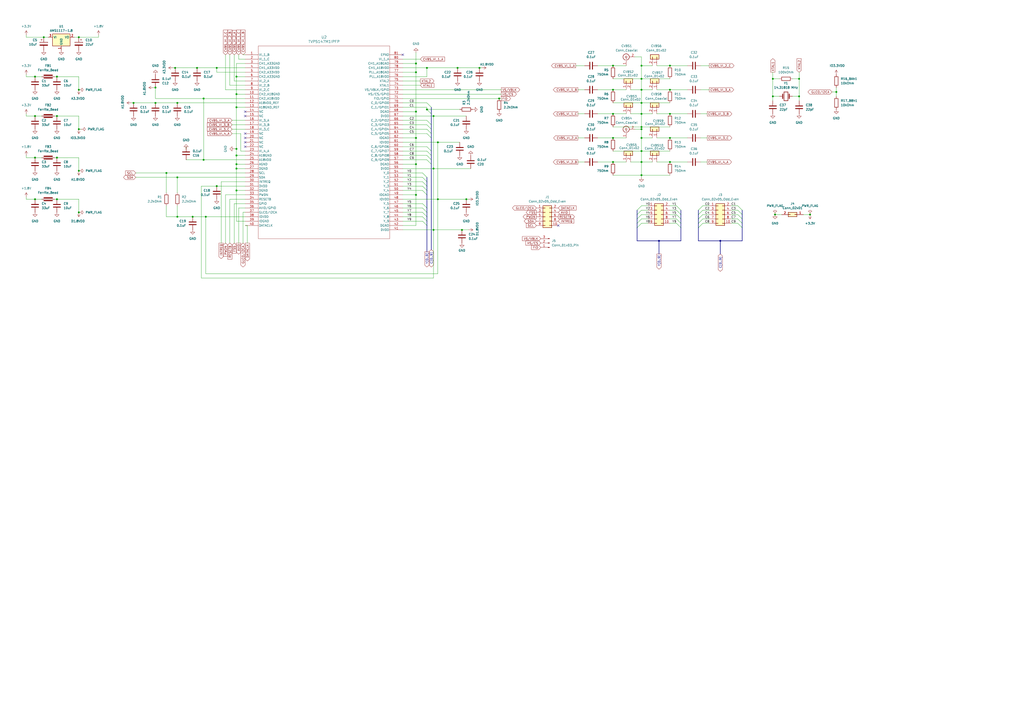
<source format=kicad_sch>
(kicad_sch (version 20250114) (generator "eeschema") (generator_version "9.0")
  (paper "A2")
  (junction (at 241.3 95.25))
  (junction (at 265.43 39.37))
  (junction (at 137.16 110.49))
  (junction (at 20.32 115.57))
  (junction (at 241.3 80.01))
  (junction (at 20.32 44.45))
  (junction (at 289.56 57.15))
  (junction (at 278.13 39.37))
  (junction (at 388.62 66.04))
  (junction (at 469.9 124.46))
  (junction (at 372.11 101.6))
  (junction (at 372.11 59.69))
  (junction (at 251.46 133.35))
  (junction (at 45.72 123.19))
  (junction (at 45.72 52.07))
  (junction (at 448.31 45.72))
  (junction (at 372.11 87.63))
  (junction (at 270.51 115.57))
  (junction (at 90.17 59.69))
  (junction (at 372.11 74.93))
  (junction (at 33.02 91.44))
  (junction (at 388.62 52.07))
  (junction (at 241.3 41.91))
  (junction (at 137.16 54.61))
  (junction (at 137.16 97.79))
  (junction (at 372.11 45.72))
  (junction (at 372.11 38.1))
  (junction (at 355.6 38.1))
  (junction (at 119.38 125.73))
  (junction (at 102.87 59.69))
  (junction (at 254 82.55))
  (junction (at 267.97 133.35))
  (junction (at 251.46 67.31))
  (junction (at 90.17 50.8))
  (junction (at 241.3 113.03))
  (junction (at 77.47 59.69))
  (junction (at 388.62 80.01))
  (junction (at 355.6 52.07))
  (junction (at 137.16 90.17))
  (junction (at 372.11 93.98))
  (junction (at 45.72 21.59))
  (junction (at 247.65 39.37))
  (junction (at 137.16 44.45))
  (junction (at 25.4 21.59))
  (junction (at 45.72 99.06))
  (junction (at 33.02 44.45))
  (junction (at 20.32 91.44))
  (junction (at 101.6 39.37))
  (junction (at 125.73 107.95))
  (junction (at 485.14 53.34))
  (junction (at 137.16 95.25))
  (junction (at 372.11 66.04))
  (junction (at 449.58 124.46))
  (junction (at 251.46 97.79))
  (junction (at 118.11 57.15))
  (junction (at 463.55 45.72))
  (junction (at 125.73 39.37))
  (junction (at 102.87 125.73))
  (junction (at 33.02 67.31))
  (junction (at 102.87 102.87))
  (junction (at 247.65 63.5))
  (junction (at 372.11 52.07))
  (junction (at 20.32 67.31))
  (junction (at 448.31 55.88))
  (junction (at 111.76 125.73))
  (junction (at 241.3 64.77))
  (junction (at 45.72 74.93))
  (junction (at 241.3 36.83))
  (junction (at 137.16 86.36))
  (junction (at 417.83 139.7))
  (junction (at 137.16 62.23))
  (junction (at 254 115.57))
  (junction (at 463.55 55.88))
  (junction (at 355.6 93.98))
  (junction (at 388.62 93.98))
  (junction (at 355.6 66.04))
  (junction (at 114.3 39.37))
  (junction (at 118.11 92.71))
  (junction (at 372.11 80.01))
  (junction (at 372.11 73.66))
  (junction (at 388.62 38.1))
  (junction (at 96.52 100.33))
  (junction (at 355.6 80.01))
  (junction (at 382.27 139.7))
  (junction (at 33.02 115.57))
  (no_connect (at 142.24 82.55))
  (no_connect (at 142.24 67.31))
  (no_connect (at 142.24 80.01))
  (no_connect (at 233.68 31.75))
  (no_connect (at 323.85 130.81))
  (no_connect (at 142.24 77.47))
  (no_connect (at 142.24 64.77))
  (no_connect (at 142.24 85.09))
  (bus_entry (at 372.11 124.46) (size -2.54 2.54))
  (bus_entry (at 427.99 129.54) (size 2.54 2.54))
  (bus_entry (at 245.11 125.73) (size 2.54 2.54))
  (bus_entry (at 247.65 87.63) (size 2.54 2.54))
  (bus_entry (at 245.11 120.65) (size 2.54 2.54))
  (bus_entry (at 245.11 123.19) (size 2.54 2.54))
  (bus_entry (at 407.67 119.38) (size -2.54 2.54))
  (bus_entry (at 245.11 110.49) (size 2.54 2.54))
  (bus_entry (at 245.11 102.87) (size 2.54 2.54))
  (bus_entry (at 427.99 121.92) (size 2.54 2.54))
  (bus_entry (at 245.11 105.41) (size 2.54 2.54))
  (bus_entry (at 407.67 127) (size -2.54 2.54))
  (bus_entry (at 427.99 119.38) (size 2.54 2.54))
  (bus_entry (at 247.65 72.39) (size 2.54 2.54))
  (bus_entry (at 372.11 127) (size -2.54 2.54))
  (bus_entry (at 392.43 124.46) (size 2.54 2.54))
  (bus_entry (at 372.11 119.38) (size -2.54 2.54))
  (bus_entry (at 245.11 100.33) (size 2.54 2.54))
  (bus_entry (at 407.67 121.92) (size -2.54 2.54))
  (bus_entry (at 247.65 90.17) (size 2.54 2.54))
  (bus_entry (at 407.67 124.46) (size -2.54 2.54))
  (bus_entry (at 392.43 121.92) (size 2.54 2.54))
  (bus_entry (at 247.65 92.71) (size 2.54 2.54))
  (bus_entry (at 247.65 85.09) (size 2.54 2.54))
  (bus_entry (at 245.11 118.11) (size 2.54 2.54))
  (bus_entry (at 392.43 127) (size 2.54 2.54))
  (bus_entry (at 372.11 129.54) (size -2.54 2.54))
  (bus_entry (at 247.65 77.47) (size 2.54 2.54))
  (bus_entry (at 392.43 129.54) (size 2.54 2.54))
  (bus_entry (at 427.99 124.46) (size 2.54 2.54))
  (bus_entry (at 247.65 74.93) (size 2.54 2.54))
  (bus_entry (at 247.65 63.5) (size 2.54 2.54))
  (bus_entry (at 245.11 128.27) (size 2.54 2.54))
  (bus_entry (at 247.65 59.69) (size 2.54 2.54))
  (bus_entry (at 245.11 107.95) (size 2.54 2.54))
  (bus_entry (at 407.67 129.54) (size -2.54 2.54))
  (bus_entry (at 427.99 127) (size 2.54 2.54))
  (bus_entry (at 392.43 119.38) (size 2.54 2.54))
  (bus_entry (at 247.65 69.85) (size 2.54 2.54))
  (bus_entry (at 372.11 121.92) (size -2.54 2.54))
  (wire (pts (xy 335.28 66.04) (xy 339.09 66.04)))
  (wire (pts (xy 139.7 87.63) (xy 139.7 77.47)))
  (wire (pts (xy 355.6 101.6) (xy 372.11 101.6)))
  (bus (pts (xy 430.53 124.46) (xy 430.53 127)))
  (wire (pts (xy 140.97 123.19) (xy 140.97 140.97)))
  (wire (pts (xy 31.75 115.57) (xy 33.02 115.57)))
  (bus (pts (xy 250.19 66.04) (xy 250.19 72.39)))
  (bus (pts (xy 247.65 128.27) (xy 247.65 130.81)))
  (wire (pts (xy 233.68 110.49) (xy 245.11 110.49)))
  (wire (pts (xy 233.68 107.95) (xy 245.11 107.95)))
  (wire (pts (xy 142.24 57.15) (xy 118.11 57.15)))
  (wire (pts (xy 381 80.01) (xy 388.62 80.01)))
  (wire (pts (xy 407.67 127) (xy 411.48 127)))
  (wire (pts (xy 233.68 36.83) (xy 241.3 36.83)))
  (wire (pts (xy 241.3 30.48) (xy 241.3 36.83)))
  (wire (pts (xy 15.24 115.57) (xy 20.32 115.57)))
  (wire (pts (xy 381 38.1) (xy 388.62 38.1)))
  (wire (pts (xy 365.76 66.04) (xy 372.11 66.04)))
  (wire (pts (xy 372.11 129.54) (xy 375.92 129.54)))
  (wire (pts (xy 233.68 80.01) (xy 241.3 80.01)))
  (wire (pts (xy 233.68 113.03) (xy 241.3 113.03)))
  (wire (pts (xy 372.11 73.66) (xy 372.11 74.93)))
  (wire (pts (xy 125.73 39.37) (xy 142.24 39.37)))
  (wire (pts (xy 142.24 118.11) (xy 135.89 118.11)))
  (wire (pts (xy 33.02 67.31) (xy 45.72 67.31)))
  (wire (pts (xy 482.6 53.34) (xy 485.14 53.34)))
  (bus (pts (xy 394.97 121.92) (xy 394.97 124.46)))
  (wire (pts (xy 449.58 124.46) (xy 453.39 124.46)))
  (wire (pts (xy 233.68 105.41) (xy 245.11 105.41)))
  (wire (pts (xy 20.32 67.31) (xy 24.13 67.31)))
  (wire (pts (xy 424.18 124.46) (xy 427.99 124.46)))
  (wire (pts (xy 134.62 74.93) (xy 142.24 74.93)))
  (bus (pts (xy 369.57 124.46) (xy 369.57 127)))
  (wire (pts (xy 142.24 52.07) (xy 130.81 52.07)))
  (wire (pts (xy 142.24 34.29) (xy 138.43 34.29)))
  (wire (pts (xy 459.74 45.72) (xy 463.55 45.72)))
  (wire (pts (xy 233.68 133.35) (xy 251.46 133.35)))
  (wire (pts (xy 20.32 91.44) (xy 24.13 91.44)))
  (wire (pts (xy 233.68 125.73) (xy 245.11 125.73)))
  (wire (pts (xy 137.16 44.45) (xy 137.16 54.61)))
  (wire (pts (xy 134.62 69.85) (xy 142.24 69.85)))
  (bus (pts (xy 405.13 124.46) (xy 405.13 127)))
  (wire (pts (xy 233.68 87.63) (xy 247.65 87.63)))
  (wire (pts (xy 289.56 57.15) (xy 290.83 57.15)))
  (wire (pts (xy 142.24 120.65) (xy 138.43 120.65)))
  (wire (pts (xy 233.68 57.15) (xy 289.56 57.15)))
  (bus (pts (xy 250.19 87.63) (xy 250.19 90.17)))
  (wire (pts (xy 31.75 91.44) (xy 33.02 91.44)))
  (wire (pts (xy 388.62 119.38) (xy 392.43 119.38)))
  (wire (pts (xy 424.18 119.38) (xy 427.99 119.38)))
  (wire (pts (xy 372.11 59.69) (xy 388.62 59.69)))
  (wire (pts (xy 15.24 67.31) (xy 20.32 67.31)))
  (wire (pts (xy 142.24 46.99) (xy 135.89 46.99)))
  (wire (pts (xy 355.6 93.98) (xy 346.71 93.98)))
  (wire (pts (xy 372.11 52.07) (xy 372.11 59.69)))
  (wire (pts (xy 142.24 95.25) (xy 137.16 95.25)))
  (wire (pts (xy 102.87 125.73) (xy 111.76 125.73)))
  (wire (pts (xy 88.9 50.8) (xy 90.17 50.8)))
  (wire (pts (xy 406.4 93.98) (xy 410.21 93.98)))
  (bus (pts (xy 250.19 80.01) (xy 250.19 87.63)))
  (wire (pts (xy 372.11 124.46) (xy 375.92 124.46)))
  (bus (pts (xy 250.19 72.39) (xy 250.19 74.93)))
  (wire (pts (xy 142.24 49.53) (xy 133.35 49.53)))
  (wire (pts (xy 406.4 52.07) (xy 411.48 52.07)))
  (wire (pts (xy 233.68 39.37) (xy 247.65 39.37)))
  (wire (pts (xy 233.68 34.29) (xy 243.84 34.29)))
  (wire (pts (xy 134.62 72.39) (xy 142.24 72.39)))
  (wire (pts (xy 142.24 97.79) (xy 137.16 97.79)))
  (wire (pts (xy 133.35 115.57) (xy 133.35 140.97)))
  (wire (pts (xy 469.9 124.46) (xy 466.09 124.46)))
  (wire (pts (xy 137.16 90.17) (xy 142.24 90.17)))
  (wire (pts (xy 247.65 62.23) (xy 247.65 63.5)))
  (wire (pts (xy 251.46 67.31) (xy 270.51 67.31)))
  (wire (pts (xy 372.11 119.38) (xy 375.92 119.38)))
  (wire (pts (xy 372.11 80.01) (xy 378.46 80.01)))
  (wire (pts (xy 101.6 39.37) (xy 114.3 39.37)))
  (wire (pts (xy 448.31 41.91) (xy 448.31 45.72)))
  (bus (pts (xy 430.53 129.54) (xy 430.53 132.08)))
  (wire (pts (xy 406.4 66.04) (xy 410.21 66.04)))
  (wire (pts (xy 355.6 87.63) (xy 372.11 87.63)))
  (wire (pts (xy 137.16 62.23) (xy 142.24 62.23)))
  (wire (pts (xy 398.78 52.07) (xy 388.62 52.07)))
  (wire (pts (xy 254 158.75) (xy 119.38 158.75)))
  (wire (pts (xy 118.11 92.71) (xy 142.24 92.71)))
  (wire (pts (xy 372.11 38.1) (xy 378.46 38.1)))
  (bus (pts (xy 247.65 120.65) (xy 247.65 123.19)))
  (bus (pts (xy 247.65 105.41) (xy 247.65 107.95)))
  (wire (pts (xy 233.68 92.71) (xy 247.65 92.71)))
  (bus (pts (xy 369.57 132.08) (xy 369.57 139.7)))
  (wire (pts (xy 111.76 125.73) (xy 119.38 125.73)))
  (wire (pts (xy 233.68 82.55) (xy 254 82.55)))
  (wire (pts (xy 142.24 113.03) (xy 130.81 113.03)))
  (wire (pts (xy 365.76 52.07) (xy 372.11 52.07)))
  (bus (pts (xy 405.13 139.7) (xy 417.83 139.7)))
  (wire (pts (xy 233.68 69.85) (xy 247.65 69.85)))
  (wire (pts (xy 137.16 44.45) (xy 137.16 36.83)))
  (wire (pts (xy 424.18 129.54) (xy 427.99 129.54)))
  (wire (pts (xy 355.6 73.66) (xy 372.11 73.66)))
  (wire (pts (xy 247.65 39.37) (xy 265.43 39.37)))
  (wire (pts (xy 102.87 102.87) (xy 142.24 102.87)))
  (wire (pts (xy 233.68 130.81) (xy 241.3 130.81)))
  (wire (pts (xy 96.52 119.38) (xy 96.52 125.73)))
  (wire (pts (xy 424.18 127) (xy 427.99 127)))
  (wire (pts (xy 381 52.07) (xy 388.62 52.07)))
  (wire (pts (xy 233.68 59.69) (xy 247.65 59.69)))
  (wire (pts (xy 381 66.04) (xy 388.62 66.04)))
  (bus (pts (xy 247.65 123.19) (xy 247.65 125.73)))
  (wire (pts (xy 485.14 53.34) (xy 485.14 55.88)))
  (bus (pts (xy 250.19 77.47) (xy 250.19 80.01)))
  (wire (pts (xy 143.51 130.81) (xy 142.24 130.81)))
  (wire (pts (xy 372.11 127) (xy 375.92 127)))
  (wire (pts (xy 233.68 102.87) (xy 245.11 102.87)))
  (wire (pts (xy 233.68 52.07) (xy 290.83 52.07)))
  (wire (pts (xy 102.87 59.69) (xy 142.24 59.69)))
  (wire (pts (xy 372.11 80.01) (xy 372.11 87.63)))
  (wire (pts (xy 407.67 121.92) (xy 411.48 121.92)))
  (wire (pts (xy 142.24 87.63) (xy 139.7 87.63)))
  (wire (pts (xy 241.3 41.91) (xy 241.3 64.77)))
  (wire (pts (xy 463.55 55.88) (xy 463.55 58.42)))
  (wire (pts (xy 233.68 72.39) (xy 247.65 72.39)))
  (wire (pts (xy 407.67 129.54) (xy 411.48 129.54)))
  (wire (pts (xy 355.6 59.69) (xy 372.11 59.69)))
  (wire (pts (xy 77.47 59.69) (xy 90.17 59.69)))
  (bus (pts (xy 417.83 139.7) (xy 417.83 147.32)))
  (wire (pts (xy 135.89 118.11) (xy 135.89 140.97)))
  (wire (pts (xy 137.16 128.27) (xy 137.16 110.49)))
  (wire (pts (xy 372.11 73.66) (xy 388.62 73.66)))
  (bus (pts (xy 250.19 95.25) (xy 250.19 144.78)))
  (bus (pts (xy 394.97 129.54) (xy 394.97 132.08)))
  (wire (pts (xy 372.11 52.07) (xy 378.46 52.07)))
  (wire (pts (xy 485.14 50.8) (xy 485.14 53.34)))
  (wire (pts (xy 107.95 86.36) (xy 107.95 85.09)))
  (wire (pts (xy 372.11 121.92) (xy 375.92 121.92)))
  (wire (pts (xy 142.24 105.41) (xy 128.27 105.41)))
  (wire (pts (xy 233.68 74.93) (xy 247.65 74.93)))
  (wire (pts (xy 368.3 74.93) (xy 372.11 74.93)))
  (wire (pts (xy 107.95 92.71) (xy 118.11 92.71)))
  (wire (pts (xy 411.48 38.1) (xy 406.4 38.1)))
  (wire (pts (xy 138.43 31.75) (xy 138.43 34.29)))
  (wire (pts (xy 137.16 90.17) (xy 137.16 95.25)))
  (wire (pts (xy 143.51 130.81) (xy 143.51 140.97)))
  (wire (pts (xy 388.62 66.04) (xy 398.78 66.04)))
  (wire (pts (xy 372.11 38.1) (xy 372.11 45.72)))
  (wire (pts (xy 45.72 123.19) (xy 45.72 115.57)))
  (wire (pts (xy 233.68 90.17) (xy 247.65 90.17)))
  (wire (pts (xy 233.68 62.23) (xy 247.65 62.23)))
  (wire (pts (xy 233.68 85.09) (xy 247.65 85.09)))
  (bus (pts (xy 247.65 110.49) (xy 247.65 113.03)))
  (wire (pts (xy 372.11 101.6) (xy 372.11 102.87)))
  (wire (pts (xy 372.11 87.63) (xy 372.11 93.98)))
  (wire (pts (xy 459.74 55.88) (xy 463.55 55.88)))
  (wire (pts (xy 137.16 90.17) (xy 137.16 86.36)))
  (wire (pts (xy 372.11 101.6) (xy 388.62 101.6)))
  (wire (pts (xy 233.68 77.47) (xy 247.65 77.47)))
  (bus (pts (xy 369.57 121.92) (xy 369.57 124.46)))
  (wire (pts (xy 233.68 115.57) (xy 254 115.57)))
  (wire (pts (xy 138.43 120.65) (xy 138.43 140.97)))
  (wire (pts (xy 251.46 97.79) (xy 273.05 97.79)))
  (wire (pts (xy 233.68 120.65) (xy 245.11 120.65)))
  (wire (pts (xy 119.38 125.73) (xy 142.24 125.73)))
  (wire (pts (xy 128.27 105.41) (xy 128.27 140.97)))
  (wire (pts (xy 448.31 58.42) (xy 448.31 55.88)))
  (wire (pts (xy 251.46 67.31) (xy 251.46 97.79)))
  (bus (pts (xy 405.13 127) (xy 405.13 129.54)))
  (wire (pts (xy 372.11 66.04) (xy 378.46 66.04)))
  (wire (pts (xy 96.52 111.76) (xy 96.52 100.33)))
  (wire (pts (xy 355.6 66.04) (xy 363.22 66.04)))
  (bus (pts (xy 382.27 139.7) (xy 382.27 147.32)))
  (wire (pts (xy 140.97 31.75) (xy 142.24 31.75)))
  (wire (pts (xy 372.11 33.02) (xy 372.11 38.1)))
  (wire (pts (xy 31.75 67.31) (xy 33.02 67.31)))
  (wire (pts (xy 116.84 161.29) (xy 116.84 107.95)))
  (wire (pts (xy 372.11 93.98) (xy 372.11 101.6)))
  (wire (pts (xy 424.18 121.92) (xy 427.99 121.92)))
  (wire (pts (xy 372.11 66.04) (xy 372.11 73.66)))
  (wire (pts (xy 388.62 80.01) (xy 398.78 80.01)))
  (wire (pts (xy 339.09 38.1) (xy 334.01 38.1)))
  (wire (pts (xy 251.46 133.35) (xy 267.97 133.35)))
  (wire (pts (xy 76.2 59.69) (xy 77.47 59.69)))
  (bus (pts (xy 405.13 129.54) (xy 405.13 132.08)))
  (wire (pts (xy 372.11 45.72) (xy 372.11 52.07)))
  (wire (pts (xy 43.18 21.59) (xy 45.72 21.59)))
  (wire (pts (xy 406.4 80.01) (xy 410.21 80.01)))
  (wire (pts (xy 233.68 128.27) (xy 245.11 128.27)))
  (wire (pts (xy 251.46 97.79) (xy 251.46 133.35)))
  (wire (pts (xy 363.22 93.98) (xy 355.6 93.98)))
  (wire (pts (xy 116.84 107.95) (xy 125.73 107.95)))
  (wire (pts (xy 96.52 100.33) (xy 142.24 100.33)))
  (wire (pts (xy 346.71 66.04) (xy 355.6 66.04)))
  (wire (pts (xy 372.11 74.93) (xy 372.11 80.01)))
  (wire (pts (xy 251.46 133.35) (xy 251.46 161.29)))
  (wire (pts (xy 90.17 59.69) (xy 102.87 59.69)))
  (wire (pts (xy 45.72 99.06) (xy 45.72 91.44)))
  (wire (pts (xy 142.24 54.61) (xy 137.16 54.61)))
  (wire (pts (xy 96.52 125.73) (xy 102.87 125.73)))
  (wire (pts (xy 15.24 67.31) (xy 15.24 66.04)))
  (bus (pts (xy 405.13 121.92) (xy 405.13 124.46)))
  (wire (pts (xy 33.02 115.57) (xy 45.72 115.57)))
  (bus (pts (xy 405.13 132.08) (xy 405.13 139.7)))
  (bus (pts (xy 430.53 132.08) (xy 430.53 139.7)))
  (wire (pts (xy 233.68 54.61) (xy 290.83 54.61)))
  (wire (pts (xy 265.43 39.37) (xy 278.13 39.37)))
  (wire (pts (xy 233.68 41.91) (xy 241.3 41.91)))
  (wire (pts (xy 137.16 54.61) (xy 137.16 62.23)))
  (wire (pts (xy 388.62 121.92) (xy 392.43 121.92)))
  (wire (pts (xy 133.35 31.75) (xy 133.35 49.53)))
  (wire (pts (xy 381 93.98) (xy 388.62 93.98)))
  (wire (pts (xy 372.11 59.69) (xy 372.11 66.04)))
  (bus (pts (xy 382.27 139.7) (xy 394.97 139.7)))
  (wire (pts (xy 15.24 91.44) (xy 15.24 90.17)))
  (wire (pts (xy 142.24 41.91) (xy 125.73 41.91)))
  (wire (pts (xy 139.7 77.47) (xy 134.62 77.47)))
  (wire (pts (xy 102.87 119.38) (xy 102.87 125.73)))
  (wire (pts (xy 251.46 161.29) (xy 116.84 161.29)))
  (bus (pts (xy 250.19 62.23) (xy 250.19 66.04)))
  (wire (pts (xy 142.24 110.49) (xy 137.16 110.49)))
  (wire (pts (xy 137.16 62.23) (xy 137.16 86.36)))
  (wire (pts (xy 233.68 118.11) (xy 245.11 118.11)))
  (wire (pts (xy 118.11 57.15) (xy 118.11 92.71)))
  (wire (pts (xy 363.22 80.01) (xy 355.6 80.01)))
  (wire (pts (xy 31.75 44.45) (xy 33.02 44.45)))
  (wire (pts (xy 241.3 36.83) (xy 241.3 41.91)))
  (wire (pts (xy 57.15 21.59) (xy 57.15 20.32)))
  (wire (pts (xy 233.68 64.77) (xy 241.3 64.77)))
  (wire (pts (xy 247.65 63.5) (xy 266.7 63.5)))
  (wire (pts (xy 388.62 127) (xy 392.43 127)))
  (bus (pts (xy 250.19 74.93) (xy 250.19 77.47)))
  (wire (pts (xy 254 82.55) (xy 266.7 82.55)))
  (wire (pts (xy 45.72 74.93) (xy 45.72 67.31)))
  (wire (pts (xy 33.02 44.45) (xy 45.72 44.45)))
  (wire (pts (xy 45.72 44.45) (xy 45.72 52.07)))
  (wire (pts (xy 254 82.55) (xy 254 115.57)))
  (wire (pts (xy 233.68 46.99) (xy 243.84 46.99)))
  (wire (pts (xy 233.68 123.19) (xy 245.11 123.19)))
  (bus (pts (xy 247.65 125.73) (xy 247.65 128.27)))
  (wire (pts (xy 142.24 115.57) (xy 133.35 115.57)))
  (wire (pts (xy 372.11 93.98) (xy 378.46 93.98)))
  (wire (pts (xy 448.31 45.72) (xy 448.31 55.88)))
  (bus (pts (xy 430.53 127) (xy 430.53 129.54)))
  (bus (pts (xy 247.65 107.95) (xy 247.65 110.49)))
  (wire (pts (xy 135.89 86.36) (xy 137.16 86.36)))
  (wire (pts (xy 96.52 100.33) (xy 78.74 100.33)))
  (wire (pts (xy 355.6 52.07) (xy 346.71 52.07)))
  (wire (pts (xy 254 115.57) (xy 270.51 115.57)))
  (wire (pts (xy 233.68 44.45) (xy 247.65 44.45)))
  (wire (pts (xy 241.3 64.77) (xy 241.3 80.01)))
  (wire (pts (xy 372.11 87.63) (xy 388.62 87.63)))
  (wire (pts (xy 90.17 57.15) (xy 90.17 50.8)))
  (wire (pts (xy 448.31 55.88) (xy 452.12 55.88)))
  (bus (pts (xy 417.83 139.7) (xy 430.53 139.7)))
  (wire (pts (xy 15.24 91.44) (xy 20.32 91.44)))
  (wire (pts (xy 355.6 38.1) (xy 363.22 38.1)))
  (bus (pts (xy 250.19 90.17) (xy 250.19 92.71)))
  (wire (pts (xy 25.4 21.59) (xy 27.94 21.59)))
  (wire (pts (xy 407.67 119.38) (xy 411.48 119.38)))
  (wire (pts (xy 267.97 133.35) (xy 271.78 133.35)))
  (wire (pts (xy 142.24 128.27) (xy 137.16 128.27)))
  (wire (pts (xy 372.11 45.72) (xy 388.62 45.72)))
  (wire (pts (xy 463.55 41.91) (xy 463.55 45.72)))
  (wire (pts (xy 388.62 38.1) (xy 398.78 38.1)))
  (bus (pts (xy 394.97 127) (xy 394.97 129.54)))
  (wire (pts (xy 339.09 93.98) (xy 335.28 93.98)))
  (bus (pts (xy 247.65 113.03) (xy 247.65 120.65)))
  (wire (pts (xy 463.55 45.72) (xy 463.55 55.88)))
  (wire (pts (xy 15.24 44.45) (xy 20.32 44.45)))
  (wire (pts (xy 118.11 57.15) (xy 90.17 57.15)))
  (bus (pts (xy 394.97 124.46) (xy 394.97 127)))
  (wire (pts (xy 142.24 36.83) (xy 137.16 36.83)))
  (bus (pts (xy 369.57 129.54) (xy 369.57 132.08)))
  (wire (pts (xy 33.02 91.44) (xy 45.72 91.44)))
  (wire (pts (xy 233.68 49.53) (xy 243.84 49.53)))
  (wire (pts (xy 130.81 113.03) (xy 130.81 140.97)))
  (wire (pts (xy 125.73 107.95) (xy 142.24 107.95)))
  (wire (pts (xy 20.32 44.45) (xy 24.13 44.45)))
  (wire (pts (xy 270.51 115.57) (xy 271.78 115.57)))
  (wire (pts (xy 388.62 124.46) (xy 392.43 124.46)))
  (wire (pts (xy 114.3 39.37) (xy 125.73 39.37)))
  (wire (pts (xy 142.24 44.45) (xy 137.16 44.45)))
  (wire (pts (xy 102.87 102.87) (xy 102.87 111.76)))
  (wire (pts (xy 119.38 158.75) (xy 119.38 125.73)))
  (wire (pts (xy 45.72 21.59) (xy 57.15 21.59)))
  (wire (pts (xy 368.3 33.02) (xy 372.11 33.02)))
  (wire (pts (xy 125.73 41.91) (xy 125.73 39.37)))
  (wire (pts (xy 233.68 67.31) (xy 251.46 67.31)))
  (bus (pts (xy 369.57 127) (xy 369.57 129.54)))
  (wire (pts (xy 15.24 115.57) (xy 15.24 114.3)))
  (bus (pts (xy 250.19 92.71) (xy 250.19 95.25)))
  (wire (pts (xy 448.31 45.72) (xy 452.12 45.72)))
  (wire (pts (xy 137.16 110.49) (xy 137.16 97.79)))
  (bus (pts (xy 247.65 102.87) (xy 247.65 105.41)))
  (wire (pts (xy 346.71 38.1) (xy 355.6 38.1)))
  (wire (pts (xy 365.76 93.98) (xy 372.11 93.98)))
  (wire (pts (xy 233.68 100.33) (xy 245.11 100.33)))
  (bus (pts (xy 247.65 130.81) (xy 247.65 146.05)))
  (wire (pts (xy 254 115.57) (xy 254 158.75)))
  (wire (pts (xy 100.33 39.37) (xy 101.6 39.37)))
  (wire (pts (xy 363.22 52.07) (xy 355.6 52.07)))
  (wire (pts (xy 407.67 124.46) (xy 411.48 124.46)))
  (wire (pts (xy 233.68 97.79) (xy 251.46 97.79)))
  (wire (pts (xy 241.3 113.03) (xy 241.3 95.25)))
  (wire (pts (xy 388.62 93.98) (xy 398.78 93.98)))
  (bus (pts (xy 369.57 139.7) (xy 382.27 139.7)))
  (wire (pts (xy 247.65 39.37) (xy 247.65 44.45)))
  (bus (pts (xy 430.53 121.92) (xy 430.53 124.46)))
  (wire (pts (xy 233.68 95.25) (xy 241.3 95.25)))
  (wire (pts (xy 135.89 31.75) (xy 135.89 46.99)))
  (wire (pts (xy 241.3 130.81) (xy 241.3 113.03)))
  (wire (pts (xy 20.32 115.57) (xy 24.13 115.57)))
  (wire (pts (xy 130.81 31.75) (xy 130.81 52.07)))
  (wire (pts (xy 339.09 52.07) (xy 335.28 52.07)))
  (wire (pts (xy 339.09 80.01) (xy 335.28 80.01)))
  (wire (pts (xy 355.6 80.01) (xy 346.71 80.01)))
  (wire (pts (xy 142.24 123.19) (xy 140.97 123.19)))
  (wire (pts (xy 15.24 21.59) (xy 15.24 20.32)))
  (wire (pts (xy 15.24 21.59) (xy 25.4 21.59)))
  (wire (pts (xy 241.3 95.25) (xy 241.3 80.01)))
  (wire (pts (xy 102.87 102.87) (xy 78.74 102.87)))
  (wire (pts (xy 46.99 74.93) (xy 45.72 74.93)))
  (wire (pts (xy 355.6 45.72) (xy 372.11 45.72)))
  (wire (pts (xy 388.62 129.54) (xy 392.43 129.54)))
  (wire (pts (xy 15.24 44.45) (xy 15.24 43.18)))
  (wire (pts (xy 279.4 39.37) (xy 278.13 39.37)))
  (wire (pts (xy 137.16 97.79) (xy 137.16 95.25)))
  (bus (pts (xy 394.97 132.08) (xy 394.97 139.7)))
  (label "Y8" (at 374.65 129.54 0))
  (label "Y4" (at 374.65 124.46 0))
  (label "C4" (at 408.94 124.46 0))
  (label "C7" (at 424.18 127 0))
  (label "C9" (at 424.18 129.54 0))
  (label "Y2" (at 236.22 105.41 0))
  (label "C0" (at 237.49 59.69 0))
  (label "C8" (at 237.49 90.17 0))
  (label "C5" (at 424.18 124.46 0))
  (label "C0" (at 408.94 119.38 0))
  (label "C7" (at 237.49 87.63 0))
  (label "Y1" (at 236.22 102.87 0))
  (label "Y0" (at 374.65 119.38 0))
  (label "Y7" (at 389.89 127 0))
  (label "C8" (at 408.94 129.54 0))
  (label "Y9" (at 389.89 129.54 0))
  (label "Y3" (at 389.89 121.92 0))
  (label "Y6" (at 236.22 120.65 0))
  (label "Y7" (at 236.22 123.19 0))
  (label "Y5" (at 389.89 124.46 0))
  (label "Y4" (at 236.22 110.49 0))
  (label "C5" (at 237.49 77.47 0))
  (label "Y0" (at 236.22 100.33 0))
  (label "Y9" (at 236.22 128.27 0))
  (label "C3" (at 424.18 121.92 0))
  (label "C6" (at 237.49 85.09 0))
  (label "C1" (at 424.18 119.38 0))
  (label "C1" (at 237.49 62.23 0))
  (label "Y5" (at 236.22 118.11 0))
  (label "C6" (at 408.94 127 0))
  (label "C2" (at 408.94 121.92 0))
  (label "Y8" (at 236.22 125.73 0))
  (label "Y2" (at 374.65 121.92 0))
  (label "C4" (at 237.49 74.93 0))
  (label "Y3" (at 236.22 107.95 0))
  (label "C2" (at 237.49 69.85 0))
  (label "Y1" (at 389.89 119.38 0))
  (label "C3" (at 237.49 72.39 0))
  (label "C9" (at 237.49 92.71 0))
  (label "Y6" (at 374.65 127 0))
  (global_label "SDA" (shape bidirectional) (at 78.74 102.87 180) (property "Intersheetrefs" "${INTERSHEET_REFS}" (effects (hide yes))))
  (global_label "CVBS_VI_2_B" (shape input) (at 133.35 31.75 90) (property "Intersheetrefs" "${INTERSHEET_REFS}" (effects (hide yes))))
  (global_label "AVID" (shape output) (at 138.43 140.97 270) (property "Intersheetrefs" "${INTERSHEET_REFS}" (effects (hide yes))))
  (global_label "XTAL2" (shape output) (at 243.84 46.99 0) (property "Intersheetrefs" "${INTERSHEET_REFS}" (effects (hide yes))))
  (global_label "INTREQ" (shape input) (at 323.85 128.27 0) (property "Intersheetrefs" "${INTERSHEET_REFS}" (effects (hide yes))))
  (global_label "CVBS_VI_1_A" (shape input) (at 243.84 34.29 0) (property "Intersheetrefs" "${INTERSHEET_REFS}" (effects (hide yes))))
  (global_label "CVBS_VI_3_A" (shape input) (at 134.62 69.85 180) (property "Intersheetrefs" "${INTERSHEET_REFS}" (effects (hide yes))))
  (global_label "CVBS_VI_4_A" (shape input) (at 134.62 77.47 180) (property "Intersheetrefs" "${INTERSHEET_REFS}" (effects (hide yes))))
  (global_label "CVBS_VI_3_A" (shape output) (at 411.48 52.07 0) (property "Intersheetrefs" "${INTERSHEET_REFS}" (effects (hide yes))))
  (global_label "SCL" (shape input) (at 311.15 130.81 180) (property "Intersheetrefs" "${INTERSHEET_REFS}" (effects (hide yes))))
  (global_label "CVBS_VI_3_C" (shape input) (at 134.62 74.93 180) (property "Intersheetrefs" "${INTERSHEET_REFS}" (effects (hide yes))))
  (global_label "CVBS_VI_1_C" (shape input) (at 138.43 31.75 90) (property "Intersheetrefs" "${INTERSHEET_REFS}" (effects (hide yes))))
  (global_label "GLCO{slash}I2CA" (shape bidirectional) (at 482.6 53.34 180) (property "Intersheetrefs" "${INTERSHEET_REFS}" (effects (hide yes))))
  (global_label "RESETB" (shape input) (at 133.35 140.97 270) (property "Intersheetrefs" "${INTERSHEET_REFS}" (effects (hide yes))))
  (global_label "DATACLK" (shape output) (at 143.51 140.97 270) (property "Intersheetrefs" "${INTERSHEET_REFS}" (effects (hide yes))))
  (global_label "PWDN" (shape input) (at 130.81 140.97 270) (property "Intersheetrefs" "${INTERSHEET_REFS}" (effects (hide yes))))
  (global_label "SDA" (shape bidirectional) (at 311.15 128.27 180) (property "Intersheetrefs" "${INTERSHEET_REFS}" (effects (hide yes))))
  (global_label "CVBS_VI_3_C" (shape output) (at 410.21 80.01 0) (property "Intersheetrefs" "${INTERSHEET_REFS}" (effects (hide yes))))
  (global_label "FID" (shape input) (at 313.69 143.51 180) (property "Intersheetrefs" "${INTERSHEET_REFS}" (effects (hide yes))))
  (global_label "CVBS_VI_4_A" (shape output) (at 410.21 93.98 0) (property "Intersheetrefs" "${INTERSHEET_REFS}" (effects (hide yes))))
  (global_label "C[0..9]" (shape bidirectional) (at 417.83 147.32 270) (property "Intersheetrefs" "${INTERSHEET_REFS}" (effects (hide yes))))
  (global_label "HS{slash}CS" (shape input) (at 313.69 140.97 180) (property "Intersheetrefs" "${INTERSHEET_REFS}" (effects (hide yes))))
  (global_label "FSS" (shape output) (at 311.15 123.19 180) (property "Intersheetrefs" "${INTERSHEET_REFS}" (effects (hide yes))))
  (global_label "Y[0..9]" (shape output) (at 247.65 146.05 270) (property "Intersheetrefs" "${INTERSHEET_REFS}" (effects (hide yes))))
  (global_label "XTAL1" (shape output) (at 448.31 41.91 90) (property "Intersheetrefs" "${INTERSHEET_REFS}" (effects (hide yes))))
  (global_label "XTAL1" (shape input) (at 243.84 49.53 0) (property "Intersheetrefs" "${INTERSHEET_REFS}" (effects (hide yes))))
  (global_label "CVBS_VI_2_C" (shape output) (at 411.48 38.1 0) (property "Intersheetrefs" "${INTERSHEET_REFS}" (effects (hide yes))))
  (global_label "GLCO{slash}I2CA" (shape bidirectional) (at 311.15 120.65 180) (property "Intersheetrefs" "${INTERSHEET_REFS}" (effects (hide yes))))
  (global_label "GLCO{slash}I2CA" (shape bidirectional) (at 140.97 140.97 270) (property "Intersheetrefs" "${INTERSHEET_REFS}" (effects (hide yes))))
  (global_label "PWDN" (shape output) (at 311.15 125.73 180) (property "Intersheetrefs" "${INTERSHEET_REFS}" (effects (hide yes))))
  (global_label "FSS" (shape input) (at 135.89 140.97 270) (property "Intersheetrefs" "${INTERSHEET_REFS}" (effects (hide yes))))
  (global_label "INTREQ" (shape output) (at 128.27 140.97 270) (property "Intersheetrefs" "${INTERSHEET_REFS}" (effects (hide yes))))
  (global_label "CVBS_VI_2_C" (shape input) (at 130.81 31.75 90) (property "Intersheetrefs" "${INTERSHEET_REFS}" (effects (hide yes))))
  (global_label "VS{slash}VBLK" (shape input) (at 313.69 138.43 180) (property "Intersheetrefs" "${INTERSHEET_REFS}" (effects (hide yes))))
  (global_label "VS{slash}VBLK" (shape output) (at 290.83 52.07 0) (property "Intersheetrefs" "${INTERSHEET_REFS}" (effects (hide yes))))
  (global_label "CVBS_VI_2_A" (shape output) (at 335.28 80.01 180) (property "Intersheetrefs" "${INTERSHEET_REFS}" (effects (hide yes))))
  (global_label "CVBS_VI_2_A" (shape input) (at 135.89 31.75 90) (property "Intersheetrefs" "${INTERSHEET_REFS}" (effects (hide yes))))
  (global_label "SCL" (shape input) (at 78.74 100.33 180) (property "Intersheetrefs" "${INTERSHEET_REFS}" (effects (hide yes))))
  (global_label "DATACLK" (shape input) (at 323.85 120.65 0) (property "Intersheetrefs" "${INTERSHEET_REFS}" (effects (hide yes))))
  (global_label "HS{slash}CS" (shape output) (at 290.83 54.61 0) (property "Intersheetrefs" "${INTERSHEET_REFS}" (effects (hide yes))))
  (global_label "C[0..9]" (shape bidirectional) (at 250.19 144.78 270) (property "Intersheetrefs" "${INTERSHEET_REFS}" (effects (hide yes))))
  (global_label "CVBS_VI_3_B" (shape output) (at 410.21 66.04 0) (property "Intersheetrefs" "${INTERSHEET_REFS}" (effects (hide yes))))
  (global_label "CVBS_VI_1_B" (shape output) (at 335.28 52.07 180) (property "Intersheetrefs" "${INTERSHEET_REFS}" (effects (hide yes))))
  (global_label "FID" (shape output) (at 290.83 57.15 0) (property "Intersheetrefs" "${INTERSHEET_REFS}" (effects (hide yes))))
  (global_label "XTAL2" (shape input) (at 463.55 41.91 90) (property "Intersheetrefs" "${INTERSHEET_REFS}" (effects (hide yes))))
  (global_label "CVBS_VI_1_C" (shape output) (at 335.28 66.04 180) (property "Intersheetrefs" "${INTERSHEET_REFS}" (effects (hide yes))))
  (global_label "CVBS_VI_1_A" (shape output) (at 334.01 38.1 180) (property "Intersheetrefs" "${INTERSHEET_REFS}" (effects (hide yes))))
  (global_label "RESETB" (shape output) (at 323.85 125.73 0) (property "Intersheetrefs" "${INTERSHEET_REFS}" (effects (hide yes))))
  (global_label "CVBS_VI_2_B" (shape output) (at 335.28 93.98 180) (property "Intersheetrefs" "${INTERSHEET_REFS}" (effects (hide yes))))
  (global_label "CVBS_VI_1_B" (shape input) (at 140.97 31.75 90) (property "Intersheetrefs" "${INTERSHEET_REFS}" (effects (hide yes))))
  (global_label "AVID" (shape input) (at 323.85 123.19 0) (property "Intersheetrefs" "${INTERSHEET_REFS}" (effects (hide yes))))
  (global_label "Y[0..9]" (shape output) (at 382.27 147.32 270) (property "Intersheetrefs" "${INTERSHEET_REFS}" (effects (hide yes))))
  (global_label "CVBS_VI_3_B" (shape input) (at 134.62 72.39 180) (property "Intersheetrefs" "${INTERSHEET_REFS}" (effects (hide yes))))
  (symbol (lib_id "Device:C") (at 402.59 66.04 90) (unit 1)
    (property "Reference" "C34" (at 402.59 58.42 90))
    (property "Value" "0.1uF" (at 402.59 60.96 90))
    (property "Footprint" "Capacitor_SMD:C_1206_3216Metric_Pad1.33x1.80mm_HandSolder" (effects (hide yes)))
    (property "Description" "Unpolarized capacitor" (effects (hide yes)))
  )
  (symbol (lib_id "PCM_4ms_Power-symbol:GND") (at 107.95 86.36 0) (mirror x) (unit 1)
    (property "Reference" "#PWR032" (effects (hide yes)))
    (property "Value" "GND" (at 107.95 81.28 0))
  )
  (symbol (lib_id "Device:C") (at 402.59 52.07 90) (unit 1)
    (property "Reference" "C33" (at 402.59 44.45 90))
    (property "Value" "0.1uF" (at 402.59 46.99 90))
    (property "Footprint" "Capacitor_SMD:C_1206_3216Metric_Pad1.33x1.80mm_HandSolder" (effects (hide yes)))
    (property "Description" "Unpolarized capacitor" (effects (hide yes)))
  )
  (symbol (lib_id "Connector_Generic:Conn_02x05_Odd_Even") (at 316.23 125.73 0) (unit 1)
    (property "Reference" "J1" (at 317.5 114.3 0))
    (property "Value" "Conn_02x05_Odd_Even" (at 317.5 116.84 0))
    (property "Footprint" "Connector_PinHeader_2.54mm:PinHeader_2x05_P2.54mm_Vertical" (effects (hide yes)))
    (property "Description" "Generic connector, double row, 02x05, odd/even pin numbering scheme (row 1 odd numbers, row 2 even numbers), script generated (kicad-library-utils/schlib/autogen/connector/)" (effects (hide yes)))
  )
  (symbol (lib_id "Device:C") (at 33.02 95.25 0) (unit 1)
    (property "Reference" "C8" (at 36.83 93.9799 0) (effects (justify left)))
    (property "Value" "10uF" (at 36.83 96.5199 0) (effects (justify left)))
    (property "Footprint" "Capacitor_SMD:C_0603_1608Metric_Pad1.08x0.95mm_HandSolder" (effects (hide yes)))
    (property "Description" "Unpolarized capacitor" (effects (hide yes)))
  )
  (symbol (lib_id "Connector_Generic:Conn_01x02") (at 363.22 88.9 90) (unit 1)
    (property "Reference" "CVBS5" (at 363.22 84.074 90) (effects (justify right)))
    (property "Value" "Conn_01x02" (at 359.156 85.852 90) (effects (justify right)))
    (property "Footprint" "Connector_PinHeader_2.00mm:PinHeader_1x02_P2.00mm_Vertical" (effects (hide yes)))
    (property "Description" "Generic connector, single row, 01x02, script generated (kicad-library-utils/schlib/autogen/connector/)" (effects (hide yes)))
  )
  (symbol (lib_id "PCM_4ms_Power-symbol:PWR_FLAG") (at 45.72 52.07 270) (unit 1)
    (property "Reference" "#FLG01" (effects (hide yes)))
    (property "Value" "PWR_FLAG" (at 49.53 52.0699 90) (effects (justify left)))
  )
  (symbol (lib_id "PCM_4ms_Power-symbol:+3.3V") (at 15.24 114.3 0) (unit 1)
    (property "Reference" "#PWR05" (effects (hide yes)))
    (property "Value" "+1.8V" (at 15.24 109.22 0))
  )
  (symbol (lib_id "PCM_4ms_Power-symbol:GND") (at 111.76 133.35 0) (unit 1)
    (property "Reference" "#PWR036" (effects (hide yes)))
    (property "Value" "GND" (at 111.76 138.43 0))
  )
  (symbol (lib_id "Device:C") (at 33.02 71.12 0) (unit 1)
    (property "Reference" "C7" (at 36.83 69.8499 0) (effects (justify left)))
    (property "Value" "10uF" (at 36.83 72.3899 0) (effects (justify left)))
    (property "Footprint" "Capacitor_SMD:C_0603_1608Metric_Pad1.08x0.95mm_HandSolder" (effects (hide yes)))
    (property "Description" "Unpolarized capacitor" (effects (hide yes)))
  )
  (symbol (lib_id "PCM_4ms_Power-symbol:+3.3V") (at 45.72 123.19 0) (mirror x) (unit 1)
    (property "Reference" "#PWR020" (effects (hide yes)))
    (property "Value" "D1.8VDD" (at 45.212 128.27 0))
  )
  (symbol (lib_id "Connector_Generic:Conn_01x02") (at 363.22 46.99 90) (unit 1)
    (property "Reference" "CVBS2" (at 364.49 41.656 90))
    (property "Value" "Conn_01x02" (at 364.236 43.688 90))
    (property "Footprint" "Connector_PinHeader_2.00mm:PinHeader_1x02_P2.00mm_Vertical" (effects (hide yes)))
    (property "Description" "Generic connector, single row, 01x02, script generated (kicad-library-utils/schlib/autogen/connector/)" (effects (hide yes)))
  )
  (symbol (lib_id "PCM_4ms_Power-symbol:+3.3V") (at 469.9 124.46 180) (unit 1)
    (property "Reference" "#PWR058" (effects (hide yes)))
    (property "Value" "+3.3V" (at 469.9 129.54 0))
  )
  (symbol (lib_id "PCM_4ms_Power-symbol:+3.3V") (at 271.78 115.57 270) (unit 1)
    (property "Reference" "#PWR048" (effects (hide yes)))
    (property "Value" "IO3.3VDD" (at 276.86 115.062 0))
  )
  (symbol (lib_id "PCM_4ms_Power-symbol:+3.3V") (at 271.78 133.35 270) (unit 1)
    (property "Reference" "#PWR049" (effects (hide yes)))
    (property "Value" "D1.8VDD" (at 276.86 132.842 0))
  )
  (symbol (lib_id "PCM_4ms_Power-symbol:GND") (at 102.87 67.31 0) (unit 1)
    (property "Reference" "#PWR030" (effects (hide yes)))
    (property "Value" "GND" (at 102.87 72.39 0))
  )
  (symbol (lib_id "PCM_4ms_Power-symbol:GND") (at 485.14 63.5 0) (unit 1)
    (property "Reference" "#PWR060" (effects (hide yes)))
    (property "Value" "GND" (at 485.14 68.58 0))
  )
  (symbol (lib_id "Device:R") (at 270.51 63.5 270) (unit 1)
    (property "Reference" "R3" (at 269.2399 60.96 0) (effects (justify right)))
    (property "Value" "2.2kOhm" (at 271.7799 60.96 0) (effects (justify right)))
    (property "Footprint" "PCM_Resistor_SMD_AKL:R_0603_1608Metric_Pad1.05x0.95mm_HandSolder" (effects (hide yes)))
    (property "Description" "Resistor" (effects (hide yes)))
  )
  (symbol (lib_id "PCM_4ms_Power-symbol:GND") (at 463.55 66.04 0) (unit 1)
    (property "Reference" "#PWR057" (effects (hide yes)))
    (property "Value" "GND" (at 463.55 71.12 0))
  )
  (symbol (lib_id "Device:C") (at 33.02 48.26 0) (unit 1)
    (property "Reference" "C6" (at 36.83 46.9899 0) (effects (justify left)))
    (property "Value" "10uF" (at 36.83 49.5299 0) (effects (justify left)))
    (property "Footprint" "Capacitor_SMD:C_0603_1608Metric_Pad1.08x0.95mm_HandSolder" (effects (hide yes)))
    (property "Description" "Unpolarized capacitor" (effects (hide yes)))
  )
  (symbol (lib_id "Device:R") (at 355.6 55.88 0) (mirror y) (unit 1)
    (property "Reference" "R6" (at 353.06 54.6099 0) (effects (justify left)))
    (property "Value" "75Ohm" (at 353.06 57.1499 0) (effects (justify left)))
    (property "Footprint" "PCM_Resistor_SMD_AKL:R_0603_1608Metric_Pad1.05x0.95mm_HandSolder" (effects (hide yes)))
    (property "Description" "Resistor" (effects (hide yes)))
  )
  (symbol (lib_id "PCM_4ms_Power-symbol:GND") (at 114.3 46.99 0) (unit 1)
    (property "Reference" "#PWR033" (effects (hide yes)))
    (property "Value" "GND" (at 114.3 52.07 0))
  )
  (symbol (lib_id "Device:C") (at 402.59 80.01 90) (unit 1)
    (property "Reference" "C35" (at 402.59 72.39 90))
    (property "Value" "0.1uF" (at 402.59 74.93 90))
    (property "Footprint" "Capacitor_SMD:C_1206_3216Metric_Pad1.33x1.80mm_HandSolder" (effects (hide yes)))
    (property "Description" "Unpolarized capacitor" (effects (hide yes)))
  )
  (symbol (lib_id "PCM_Device_AKL:Ferrite_Bead") (at 27.94 91.44 0) (unit 1)
    (property "Reference" "FB3" (at 27.94 85.09 0))
    (property "Value" "Ferrite_Bead" (at 27.94 87.63 0))
    (property "Footprint" "PCM_Ferrite_THT_AKL:Ferrite_L6.0mm_D3.5mm_P10.16mm" (effects (hide yes)))
    (property "Description" "Ferrite bead, Alternate KiCAD Library" (effects (hide yes)))
  )
  (symbol (lib_id "PCM_4ms_Power-symbol:PWR_FLAG") (at 45.72 123.19 270) (unit 1)
    (property "Reference" "#FLG03" (effects (hide yes)))
    (property "Value" "PWR_FLAG" (at 49.53 123.1899 90) (effects (justify left)))
  )
  (symbol (lib_id "PCM_4ms_Power-symbol:+3.3V") (at 15.24 43.18 0) (unit 1)
    (property "Reference" "#PWR02" (effects (hide yes)))
    (property "Value" "+3.3V" (at 15.24 38.1 0))
  )
  (symbol (lib_id "PCM_4ms_Power-symbol:GND") (at 266.7 90.17 0) (mirror y) (unit 1)
    (property "Reference" "#PWR043" (effects (hide yes)))
    (property "Value" "GND" (at 266.7 95.25 0))
  )
  (symbol (lib_id "Device:C") (at 265.43 43.18 0) (mirror y) (unit 1)
    (property "Reference" "C22" (at 261.62 41.9099 0) (effects (justify left)))
    (property "Value" "0.1uF" (at 261.62 44.4499 0) (effects (justify left)))
    (property "Footprint" "Capacitor_SMD:C_1206_3216Metric_Pad1.33x1.80mm_HandSolder" (effects (hide yes)))
    (property "Description" "Unpolarized capacitor" (effects (hide yes)))
  )
  (symbol (lib_id "PCM_4ms_Power-symbol:GND") (at 125.73 115.57 0) (unit 1)
    (property "Reference" "#PWR035" (effects (hide yes)))
    (property "Value" "GND" (at 125.73 120.65 0))
  )
  (symbol (lib_id "PCM_Device_AKL:Ferrite_Bead") (at 27.94 44.45 0) (unit 1)
    (property "Reference" "FB1" (at 27.94 38.1 0))
    (property "Value" "Ferrite_Bead" (at 27.94 40.64 0))
    (property "Footprint" "PCM_Ferrite_THT_AKL:Ferrite_L6.0mm_D3.5mm_P10.16mm" (effects (hide yes)))
    (property "Description" "Ferrite bead, Alternate KiCAD Library" (effects (hide yes)))
  )
  (symbol (lib_id "Connector_Generic:Conn_02x05_Odd_Even") (at 381 124.46 0) (unit 1)
    (property "Reference" "J2" (at 382.27 113.03 0))
    (property "Value" "Conn_02x05_Odd_Even" (at 382.27 115.57 0))
    (property "Footprint" "Connector_PinHeader_2.54mm:PinHeader_2x05_P2.54mm_Vertical" (effects (hide yes)))
    (property "Description" "Generic connector, double row, 02x05, odd/even pin numbering scheme (row 1 odd numbers, row 2 even numbers), script generated (kicad-library-utils/schlib/autogen/connector/)" (effects (hide yes)))
  )
  (symbol (lib_id "Device:R") (at 388.62 97.79 0) (unit 1)
    (property "Reference" "R14" (at 391.16 96.5199 0) (effects (justify left)))
    (property "Value" "75Ohm" (at 391.16 99.0599 0) (effects (justify left)))
    (property "Footprint" "PCM_Resistor_SMD_AKL:R_0603_1608Metric_Pad1.05x0.95mm_HandSolder" (effects (hide yes)))
    (property "Description" "Resistor" (effects (hide yes)))
  )
  (symbol (lib_id "PCM_4ms_Power-symbol:GND") (at 135.89 86.36 270) (unit 1)
    (property "Reference" "#PWR037" (effects (hide yes)))
    (property "Value" "GND" (at 130.81 86.36 0))
  )
  (symbol (lib_id "PCM_4ms_Power-symbol:GND") (at 101.6 46.99 0) (unit 1)
    (property "Reference" "#PWR029" (effects (hide yes)))
    (property "Value" "GND" (at 101.6 52.07 0))
  )
  (symbol (lib_id "Device:C") (at 20.32 48.26 0) (unit 1)
    (property "Reference" "C1" (at 24.13 46.9899 0) (effects (justify left)))
    (property "Value" "33uF" (at 24.13 49.5299 0) (effects (justify left)))
    (property "Footprint" "Capacitor_SMD:C_0603_1608Metric_Pad1.08x0.95mm_HandSolder" (effects (hide yes)))
    (property "Description" "Unpolarized capacitor" (effects (hide yes)))
  )
  (symbol (lib_id "Device:C") (at 20.32 71.12 0) (unit 1)
    (property "Reference" "C2" (at 24.13 69.8499 0) (effects (justify left)))
    (property "Value" "33uF" (at 24.13 72.3899 0) (effects (justify left)))
    (property "Footprint" "Capacitor_SMD:C_0603_1608Metric_Pad1.08x0.95mm_HandSolder" (effects (hide yes)))
    (property "Description" "Unpolarized capacitor" (effects (hide yes)))
  )
  (symbol (lib_id "Device:R") (at 485.14 59.69 180) (unit 1)
    (property "Reference" "R17_B8h1" (at 487.68 58.4199 0) (effects (justify right)))
    (property "Value" "10kOhm" (at 487.68 60.9599 0) (effects (justify right)))
    (property "Footprint" "PCM_Resistor_SMD_AKL:R_0603_1608Metric_Pad1.05x0.95mm_HandSolder" (effects (hide yes)))
    (property "Description" "Resistor" (effects (hide yes)))
  )
  (symbol (lib_id "Device:C") (at 267.97 137.16 0) (mirror y) (unit 1)
    (property "Reference" "C24" (at 271.78 135.8899 0) (effects (justify right)))
    (property "Value" "0.1uF" (at 271.78 138.4299 0) (effects (justify right)))
    (property "Footprint" "Capacitor_SMD:C_1206_3216Metric_Pad1.33x1.80mm_HandSolder" (effects (hide yes)))
    (property "Description" "Unpolarized capacitor" (effects (hide yes)))
  )
  (symbol (lib_id "Device:C") (at 342.9 52.07 90) (unit 1)
    (property "Reference" "C28" (at 342.9 44.45 90))
    (property "Value" "0.1uF" (at 342.9 46.99 90))
    (property "Footprint" "Capacitor_SMD:C_1206_3216Metric_Pad1.33x1.80mm_HandSolder" (effects (hide yes)))
    (property "Description" "Unpolarized capacitor" (effects (hide yes)))
  )
  (symbol (lib_id "Regulator_Linear:AMS1117-1.8") (at 35.56 21.59 0) (unit 1)
    (property "Reference" "U1" (at 35.56 15.24 0))
    (property "Value" "AMS1117-1.8" (at 35.56 17.78 0))
    (property "Footprint" "Package_TO_SOT_SMD:SOT-223-3_TabPin2" (effects (hide yes)))
    (property "Datasheet" "http://www.advanced-monolithic.com/pdf/ds1117.pdf" (effects (hide yes)))
    (property "Description" "1A Low Dropout regulator, positive, 1.8V fixed output, SOT-223" (effects (hide yes)))
  )
  (symbol (lib_id "PCM_4ms_Power-symbol:+3.3V") (at 15.24 66.04 0) (unit 1)
    (property "Reference" "#PWR03" (effects (hide yes)))
    (property "Value" "+3.3V" (at 15.24 60.96 0))
  )
  (symbol (lib_id "PCM_Device_AKL:Ferrite_Bead") (at 27.94 67.31 0) (unit 1)
    (property "Reference" "FB2" (at 27.94 60.96 0))
    (property "Value" "Ferrite_Bead" (at 27.94 63.5 0))
    (property "Footprint" "PCM_Ferrite_THT_AKL:Ferrite_L6.0mm_D3.5mm_P10.16mm" (effects (hide yes)))
    (property "Description" "Ferrite bead, Alternate KiCAD Library" (effects (hide yes)))
  )
  (symbol (lib_id "PCM_4ms_Power-symbol:GND") (at 20.32 99.06 0) (unit 1)
    (property "Reference" "#PWR08" (effects (hide yes)))
    (property "Value" "GND" (at 20.32 104.14 0))
  )
  (symbol (lib_id "Device:C") (at 342.9 66.04 90) (unit 1)
    (property "Reference" "C29" (at 342.9 58.42 90))
    (property "Value" "0.1uF" (at 342.9 60.96 90))
    (property "Footprint" "Capacitor_SMD:C_1206_3216Metric_Pad1.33x1.80mm_HandSolder" (effects (hide yes)))
    (property "Description" "Unpolarized capacitor" (effects (hide yes)))
  )
  (symbol (lib_id "PCM_4ms_Power-symbol:PWR_FLAG") (at 449.58 124.46 0) (unit 1)
    (property "Reference" "#FLG05" (effects (hide yes)))
    (property "Value" "PWR_FLAG" (at 449.58 119.38 0))
  )
  (symbol (lib_id "PCM_4ms_Power-symbol:+3.3V") (at 45.72 74.93 0) (mirror x) (unit 1)
    (property "Reference" "#PWR018" (effects (hide yes)))
    (property "Value" "IO3.3VDD" (at 45.212 80.01 0))
  )
  (symbol (lib_id "PCM_4ms_Power-symbol:GND") (at 241.3 30.48 180) (unit 1)
    (property "Reference" "#PWR038" (effects (hide yes)))
    (property "Value" "GND" (at 241.3 25.4 0))
  )
  (symbol (lib_id "Device:C") (at 463.55 62.23 0) (unit 1)
    (property "Reference" "C38" (at 467.36 60.9599 0) (effects (justify left)))
    (property "Value" "22pF" (at 467.36 63.4999 0) (effects (justify left)))
    (property "Footprint" "Capacitor_SMD:C_0603_1608Metric_Pad1.08x0.95mm_HandSolder" (effects (hide yes)))
    (property "Description" "Unpolarized capacitor" (effects (hide yes)))
  )
  (symbol (lib_id "Device:C") (at 448.31 62.23 0) (unit 1)
    (property "Reference" "C37" (at 452.12 60.9599 0) (effects (justify left)))
    (property "Value" "22pF" (at 452.12 63.4999 0) (effects (justify left)))
    (property "Footprint" "Capacitor_SMD:C_0603_1608Metric_Pad1.08x0.95mm_HandSolder" (effects (hide yes)))
    (property "Description" "Unpolarized capacitor" (effects (hide yes)))
  )
  (symbol (lib_id "Connector:Conn_01x03_Pin") (at 318.77 140.97 180) (unit 1)
    (property "Reference" "J5" (at 320.04 139.6999 0) (effects (justify right)))
    (property "Value" "Conn_01x03_Pin" (at 320.04 142.2399 0) (effects (justify right)))
    (property "Footprint" "Connector_PinHeader_2.54mm:PinHeader_1x03_P2.54mm_Vertical" (effects (hide yes)))
    (property "Description" "Generic connector, single row, 01x03, script generated" (effects (hide yes)))
  )
  (symbol (lib_id "PCM_4ms_Power-symbol:+3.3V") (at 88.9 50.8 90) (unit 1)
    (property "Reference" "#PWR024" (effects (hide yes)))
    (property "Value" "A1.8VDD" (at 83.82 51.308 0))
  )
  (symbol (lib_id "PCM_4ms_Power-symbol:GND") (at 449.58 124.46 0) (unit 1)
    (property "Reference" "#PWR056" (effects (hide yes)))
    (property "Value" "GND" (at 449.58 129.54 0))
  )
  (symbol (lib_id "PCM_4ms_Power-symbol:PWR_FLAG") (at 45.72 99.06 270) (unit 1)
    (property "Reference" "#FLG02" (effects (hide yes)))
    (property "Value" "PWR_FLAG" (at 49.53 99.0599 90) (effects (justify left)))
  )
  (symbol (lib_id "Device:R") (at 388.62 69.85 0) (unit 1)
    (property "Reference" "R12" (at 391.16 68.5799 0) (effects (justify left)))
    (property "Value" "75Ohm" (at 391.16 71.1199 0) (effects (justify left)))
    (property "Footprint" "PCM_Resistor_SMD_AKL:R_0603_1608Metric_Pad1.05x0.95mm_HandSolder" (effects (hide yes)))
    (property "Description" "Resistor" (effects (hide yes)))
  )
  (symbol (lib_id "PCM_4ms_Power-symbol:GND") (at 267.97 140.97 0) (mirror y) (unit 1)
    (property "Reference" "#PWR044" (effects (hide yes)))
    (property "Value" "GND" (at 267.97 145.288 0))
  )
  (symbol (lib_id "Connector_Generic:Conn_01x02") (at 363.22 60.96 90) (unit 1)
    (property "Reference" "CVBS3" (at 363.22 55.88 90) (effects (justify right)))
    (property "Value" "Conn_01x02" (at 359.918 57.658 90) (effects (justify right)))
    (property "Footprint" "Connector_PinHeader_2.00mm:PinHeader_1x02_P2.00mm_Vertical" (effects (hide yes)))
    (property "Description" "Generic connector, single row, 01x02, script generated (kicad-library-utils/schlib/autogen/connector/)" (effects (hide yes)))
  )
  (symbol (lib_id "PCM_4ms_Power-symbol:PWR_FLAG") (at 46.99 74.93 270) (unit 1)
    (property "Reference" "#FLG04" (effects (hide yes)))
    (property "Value" "PWR_FLAG" (at 50.8 74.9299 90) (effects (justify left)))
  )
  (symbol (lib_id "PCM_4ms_Power-symbol:GND") (at 25.4 29.21 0) (unit 1)
    (property "Reference" "#PWR010" (effects (hide yes)))
    (property "Value" "GND" (at 25.4 34.29 0))
  )
  (symbol (lib_id "Device:R") (at 96.52 115.57 0) (mirror x) (unit 1)
    (property "Reference" "R1" (at 93.98 114.2999 0) (effects (justify right)))
    (property "Value" "2.2kOhm" (at 93.98 116.8399 0) (effects (justify right)))
    (property "Footprint" "PCM_Resistor_SMD_AKL:R_0603_1608Metric_Pad1.05x0.95mm_HandSolder" (effects (hide yes)))
    (property "Description" "Resistor" (effects (hide yes)))
  )
  (symbol (lib_id "PCM_4ms_Power-symbol:GND") (at 90.17 43.18 0) (mirror x) (unit 1)
    (property "Reference" "#PWR025" (effects (hide yes)))
    (property "Value" "GND" (at 90.17 38.1 0))
  )
  (symbol (lib_id "Device:C_Polarized") (at 45.72 25.4 0) (mirror y) (unit 1)
    (property "Reference" "C10" (at 49.53 23.2409 0) (effects (justify right)))
    (property "Value" "22uF" (at 49.53 25.7809 0) (effects (justify right)))
    (property "Footprint" "Capacitor_THT:CP_Radial_D10.0mm_P5.00mm" (effects (hide yes)))
    (property "Description" "Polarized capacitor" (effects (hide yes)))
  )
  (symbol (lib_id "PCM_4ms_Power-symbol:GND") (at 289.56 64.77 0) (mirror y) (unit 1)
    (property "Reference" "#PWR053" (effects (hide yes)))
    (property "Value" "GND" (at 289.56 69.85 0))
  )
  (symbol (lib_id "Device:C") (at 114.3 43.18 0) (unit 1)
    (property "Reference" "C17" (at 118.11 41.9099 0) (effects (justify left)))
    (property "Value" "0.1uF" (at 118.11 44.4499 0) (effects (justify left)))
    (property "Footprint" "Capacitor_SMD:C_1206_3216Metric_Pad1.33x1.80mm_HandSolder" (effects (hide yes)))
    (property "Description" "Unpolarized capacitor" (effects (hide yes)))
  )
  (symbol (lib_id "PCM_4ms_Power-symbol:PWR_FLAG") (at 469.9 124.46 0) (unit 1)
    (property "Reference" "#FLG06" (effects (hide yes)))
    (property "Value" "PWR_FLAG" (at 469.9 119.38 0))
  )
  (symbol (lib_id "PCM_4ms_Power-symbol:+3.3V") (at 100.33 39.37 90) (mirror x) (unit 1)
    (property "Reference" "#PWR028" (effects (hide yes)))
    (property "Value" "A3.3VDD" (at 95.25 38.862 0))
  )
  (symbol (lib_id "Device:C") (at 270.51 119.38 0) (mirror y) (unit 1)
    (property "Reference" "C25" (at 266.7 118.1099 0) (effects (justify left)))
    (property "Value" "0.1uF" (at 266.7 120.6499 0) (effects (justify left)))
    (property "Footprint" "Capacitor_SMD:C_1206_3216Metric_Pad1.33x1.80mm_HandSolder" (effects (hide yes)))
    (property "Description" "Unpolarized capacitor" (effects (hide yes)))
  )
  (symbol (lib_id "PCM_4ms_Power-symbol:GND") (at 265.43 46.99 0) (mirror y) (unit 1)
    (property "Reference" "#PWR041" (effects (hide yes)))
    (property "Value" "GND" (at 265.43 52.07 0))
  )
  (symbol (lib_id "Device:R") (at 355.6 83.82 0) (mirror y) (unit 1)
    (property "Reference" "R8" (at 353.06 82.5499 0) (effects (justify left)))
    (property "Value" "75Ohm" (at 353.06 85.0899 0) (effects (justify left)))
    (property "Footprint" "PCM_Resistor_SMD_AKL:R_0603_1608Metric_Pad1.05x0.95mm_HandSolder" (effects (hide yes)))
    (property "Description" "Resistor" (effects (hide yes)))
  )
  (symbol (lib_id "Device:R") (at 388.62 83.82 0) (unit 1)
    (property "Reference" "R13" (at 391.16 82.5499 0) (effects (justify left)))
    (property "Value" "75Ohm" (at 391.16 85.0899 0) (effects (justify left)))
    (property "Footprint" "PCM_Resistor_SMD_AKL:R_0603_1608Metric_Pad1.05x0.95mm_HandSolder" (effects (hide yes)))
    (property "Description" "Resistor" (effects (hide yes)))
  )
  (symbol (lib_id "PCM_4ms_Power-symbol:GND") (at 372.11 102.87 0) (unit 1)
    (property "Reference" "#PWR054" (effects (hide yes)))
    (property "Value" "GND" (at 372.11 107.95 0))
  )
  (symbol (lib_id "PCM_4ms_Power-symbol:GND") (at 20.32 123.19 0) (unit 1)
    (property "Reference" "#PWR09" (effects (hide yes)))
    (property "Value" "GND" (at 20.32 128.27 0))
  )
  (symbol (lib_id "Device:Crystal") (at 455.93 55.88 0) (unit 1)
    (property "Reference" "Y1" (at 455.93 48.26 0))
    (property "Value" "14.31818 MHz" (at 455.93 50.8 0))
    (property "Footprint" "Crystal:Crystal_HC49-U_Vertical" (effects (hide yes)))
    (property "Description" "Two pin crystal" (effects (hide yes)))
  )
  (symbol (lib_id "Device:C_Polarized") (at 25.4 25.4 0) (unit 1)
    (property "Reference" "C5" (at 21.59 23.2409 0) (effects (justify right)))
    (property "Value" "10uF" (at 21.59 25.7809 0) (effects (justify right)))
    (property "Footprint" "Capacitor_THT:CP_Radial_D8.0mm_P3.50mm" (effects (hide yes)))
    (property "Description" "Polarized capacitor" (effects (hide yes)))
  )
  (symbol (lib_id "PCM_4ms_Power-symbol:GND") (at 35.56 29.21 0) (unit 1)
    (property "Reference" "#PWR015" (effects (hide yes)))
    (property "Value" "GND" (at 35.56 34.29 0))
  )
  (symbol (lib_id "Device:R") (at 388.62 55.88 0) (unit 1)
    (property "Reference" "R11" (at 391.16 54.6099 0) (effects (justify left)))
    (property "Value" "75Ohm" (at 391.16 57.1499 0) (effects (justify left)))
    (property "Footprint" "PCM_Resistor_SMD_AKL:R_0603_1608Metric_Pad1.05x0.95mm_HandSolder" (effects (hide yes)))
    (property "Description" "Resistor" (effects (hide yes)))
  )
  (symbol (lib_id "Device:C") (at 111.76 129.54 0) (mirror y) (unit 1)
    (property "Reference" "C19" (at 107.95 128.2699 0) (effects (justify left)))
    (property "Value" "0.1uF" (at 107.95 130.8099 0) (effects (justify left)))
    (property "Footprint" "Capacitor_SMD:C_1206_3216Metric_Pad1.33x1.80mm_HandSolder" (effects (hide yes)))
    (property "Description" "Unpolarized capacitor" (effects (hide yes)))
  )
  (symbol (lib_id "Connector_Generic:Conn_01x02") (at 381 33.02 270) (mirror x) (unit 1)
    (property "Reference" "CVBS6" (at 380.7068 26.67 90))
    (property "Value" "Conn_01x02" (at 380.7068 29.21 90))
    (property "Footprint" "Connector_PinHeader_2.00mm:PinHeader_1x02_P2.00mm_Vertical" (effects (hide yes)))
    (property "Description" "Generic connector, single row, 01x02, script generated (kicad-library-utils/schlib/autogen/connector/)" (effects (hide yes)))
  )
  (symbol (lib_id "PCM_4ms_Power-symbol:GND") (at 33.02 99.06 0) (unit 1)
    (property "Reference" "#PWR013" (effects (hide yes)))
    (property "Value" "GND" (at 33.02 104.14 0))
  )
  (symbol (lib_id "PCM_4ms_Power-symbol:GND") (at 448.31 66.04 0) (unit 1)
    (property "Reference" "#PWR055" (effects (hide yes)))
    (property "Value" "GND" (at 448.31 71.12 0))
  )
  (symbol (lib_id "PCM_4ms_Power-symbol:+3.3V") (at 15.24 90.17 0) (unit 1)
    (property "Reference" "#PWR04" (effects (hide yes)))
    (property "Value" "+1.8V" (at 15.24 85.09 0))
  )
  (symbol (lib_id "Connector:Conn_Coaxial") (at 363.22 33.02 90) (unit 1)
    (property "Reference" "CVBS1" (at 363.5132 26.67 90))
    (property "Value" "Conn_Coaxial" (at 363.5132 29.21 90))
    (property "Footprint" "LocalLibrary:CC-132-B1" (effects (hide yes)))
    (property "Description" "coaxial connector (BNC, SMA, SMB, SMC, Cinch/RCA, LEMO, ...)" (effects (hide yes)))
  )
  (symbol (lib_id "PCM_4ms_Power-symbol:+3.3V") (at 45.72 52.07 0) (mirror x) (unit 1)
    (property "Reference" "#PWR017" (effects (hide yes)))
    (property "Value" "A3.3VDD" (at 45.212 57.15 0))
  )
  (symbol (lib_id "Device:R") (at 355.6 97.79 0) (mirror y) (unit 1)
    (property "Reference" "R9" (at 353.06 96.5199 0) (effects (justify left)))
    (property "Value" "75Ohm" (at 353.06 99.0599 0) (effects (justify left)))
    (property "Footprint" "PCM_Resistor_SMD_AKL:R_0603_1608Metric_Pad1.05x0.95mm_HandSolder" (effects (hide yes)))
    (property "Description" "Resistor" (effects (hide yes)))
  )
  (symbol (lib_id "PCM_4ms_Power-symbol:+3.3V") (at 45.72 99.06 0) (mirror x) (unit 1)
    (property "Reference" "#PWR019" (effects (hide yes)))
    (property "Value" "A1.8VDD" (at 45.212 104.14 0))
  )
  (symbol (lib_id "Connector_Generic:Conn_01x02") (at 381 74.93 270) (mirror x) (unit 1)
    (property "Reference" "CVBS9" (at 378.714 70.104 90) (effects (justify left)))
    (property "Value" "Conn_01x02" (at 374.142 71.882 90) (effects (justify left)))
    (property "Footprint" "Connector_PinHeader_2.00mm:PinHeader_1x02_P2.00mm_Vertical" (effects (hide yes)))
    (property "Description" "Generic connector, single row, 01x02, script generated (kicad-library-utils/schlib/autogen/connector/)" (effects (hide yes)))
  )
  (symbol (lib_id "Device:C") (at 20.32 119.38 0) (unit 1)
    (property "Reference" "C4" (at 24.13 118.1099 0) (effects (justify left)))
    (property "Value" "33uF" (at 24.13 120.6499 0) (effects (justify left)))
    (property "Footprint" "Capacitor_SMD:C_0603_1608Metric_Pad1.08x0.95mm_HandSolder" (effects (hide yes)))
    (property "Description" "Unpolarized capacitor" (effects (hide yes)))
  )
  (symbol (lib_id "PCM_4ms_Power-symbol:GND") (at 270.51 74.93 0) (mirror y) (unit 1)
    (property "Reference" "#PWR040" (effects (hide yes)))
    (property "Value" "GND" (at 270.51 80.01 0))
  )
  (symbol (lib_id "PCM_4ms_Power-symbol:GND") (at 33.02 74.93 0) (unit 1)
    (property "Reference" "#PWR012" (effects (hide yes)))
    (property "Value" "GND" (at 33.02 80.01 0))
  )
  (symbol (lib_id "Connector:Conn_Coaxial") (at 363.22 74.93 90) (unit 1)
    (property "Reference" "CVBS4" (at 363.5132 68.58 90))
    (property "Value" "Conn_Coaxial" (at 363.5132 71.12 90))
    (property "Footprint" "LocalLibrary:CC-132-B1" (effects (hide yes)))
    (property "Description" "coaxial connector (BNC, SMA, SMB, SMC, Cinch/RCA, LEMO, ...)" (effects (hide yes)))
  )
  (symbol (lib_id "Device:C") (at 125.73 111.76 0) (mirror y) (unit 1)
    (property "Reference" "C18" (at 121.92 110.4899 0) (effects (justify left)))
    (property "Value" "0.1uF" (at 121.92 113.0299 0) (effects (justify left)))
    (property "Footprint" "Capacitor_SMD:C_1206_3216Metric_Pad1.33x1.80mm_HandSolder" (effects (hide yes)))
    (property "Description" "Unpolarized capacitor" (effects (hide yes)))
  )
  (symbol (lib_id "PCM_4ms_Power-symbol:GND") (at 33.02 52.07 0) (unit 1)
    (property "Reference" "#PWR011" (effects (hide yes)))
    (property "Value" "GND" (at 33.02 57.15 0))
  )
  (symbol (lib_id "PCM_4ms_Power-symbol:+3.3V") (at 57.15 20.32 0) (unit 1)
    (property "Reference" "#PWR021" (effects (hide yes)))
    (property "Value" "+1.8V" (at 57.15 15.24 0))
  )
  (symbol (lib_id "Device:C") (at 342.9 38.1 90) (unit 1)
    (property "Reference" "C27" (at 342.9 30.48 90))
    (property "Value" "0.1uF" (at 342.9 33.02 90))
    (property "Footprint" "Capacitor_SMD:C_1206_3216Metric_Pad1.33x1.80mm_HandSolder" (effects (hide yes)))
    (property "Description" "Unpolarized capacitor" (effects (hide yes)))
  )
  (symbol (lib_id "Device:C") (at 101.6 43.18 0) (unit 1)
    (property "Reference" "C14" (at 105.41 41.9099 0) (effects (justify left)))
    (property "Value" "0.1uF" (at 105.41 44.4499 0) (effects (justify left)))
    (property "Footprint" "Capacitor_SMD:C_1206_3216Metric_Pad1.33x1.80mm_HandSolder" (effects (hide yes)))
    (property "Description" "Unpolarized capacitor" (effects (hide yes)))
  )
  (symbol (lib_id "PCM_4ms_Power-symbol:GND") (at 274.32 63.5 90) (unit 1)
    (property "Reference" "#PWR050" (effects (hide yes)))
    (property "Value" "GND" (at 279.4 63.5 0))
  )
  (symbol (lib_id "Device:R") (at 388.62 41.91 0) (unit 1)
    (property "Reference" "R10" (at 391.16 40.6399 0) (effects (justify left)))
    (property "Value" "75Ohm" (at 391.16 43.1799 0) (effects (justify left)))
    (property "Footprint" "PCM_Resistor_SMD_AKL:R_0603_1608Metric_Pad1.05x0.95mm_HandSolder" (effects (hide yes)))
    (property "Description" "Resistor" (effects (hide yes)))
  )
  (symbol (lib_id "Device:C") (at 266.7 86.36 0) (mirror y) (unit 1)
    (property "Reference" "C23" (at 262.89 85.0899 0) (effects (justify left)))
    (property "Value" "0.1uF" (at 262.89 87.6299 0) (effects (justify left)))
    (property "Footprint" "Capacitor_SMD:C_1206_3216Metric_Pad1.33x1.80mm_HandSolder" (effects (hide yes)))
    (property "Description" "Unpolarized capacitor" (effects (hide yes)))
  )
  (symbol (lib_id "Device:C") (at 20.32 95.25 0) (unit 1)
    (property "Reference" "C3" (at 24.13 93.9799 0) (effects (justify left)))
    (property "Value" "33uF" (at 24.13 96.5199 0) (effects (justify left)))
    (property "Footprint" "Capacitor_SMD:C_0603_1608Metric_Pad1.08x0.95mm_HandSolder" (effects (hide yes)))
    (property "Description" "Unpolarized capacitor" (effects (hide yes)))
  )
  (symbol (lib_id "LIB_TVP5147M1IPFP:TVP5147M1IPFP") (at 142.24 31.75 0) (unit 1)
    (property "Reference" "U2" (at 187.96 21.59 0) (effects (font (size 1.524 1.524))))
    (property "Value" "TVP5147M1IPFP" (at 187.96 24.13 0) (effects (font (size 1.524 1.524))))
    (property "Footprint" "PFP80_6p2X6p2:PFP80_6p2X6p2-M" (effects (hide yes)))
    (property "Datasheet" "TVP5147M1IPFP" (effects (hide yes)))
  )
  (symbol (lib_id "Device:C") (at 107.95 88.9 0) (mirror x) (unit 1)
    (property "Reference" "C16" (at 111.76 90.1701 0) (effects (justify left)))
    (property "Value" "0.1uF" (at 111.76 87.6301 0) (effects (justify left)))
    (property "Footprint" "Capacitor_SMD:C_1206_3216Metric_Pad1.33x1.80mm_HandSolder" (effects (hide yes)))
    (property "Description" "Unpolarized capacitor" (effects (hide yes)))
  )
  (symbol (lib_id "PCM_4ms_Power-symbol:+3.3V") (at 15.24 20.32 0) (unit 1)
    (property "Reference" "#PWR01" (effects (hide yes)))
    (property "Value" "+3.3V" (at 15.24 15.24 0))
  )
  (symbol (lib_id "Device:C") (at 402.59 38.1 90) (unit 1)
    (property "Reference" "C32" (at 402.59 30.48 90))
    (property "Value" "0.1uF" (at 402.59 33.02 90))
    (property "Footprint" "Capacitor_SMD:C_1206_3216Metric_Pad1.33x1.80mm_HandSolder" (effects (hide yes)))
    (property "Description" "Unpolarized capacitor" (effects (hide yes)))
  )
  (symbol (lib_id "Device:R") (at 455.93 45.72 90) (unit 1)
    (property "Reference" "R15" (at 455.93 39.37 90))
    (property "Value" "100kOhm" (at 455.93 41.91 90))
    (property "Footprint" "PCM_Resistor_SMD_AKL:R_0603_1608Metric_Pad1.05x0.95mm_HandSolder" (effects (hide yes)))
    (property "Description" "Resistor" (effects (hide yes)))
  )
  (symbol (lib_id "Device:C") (at 342.9 80.01 90) (unit 1)
    (property "Reference" "C30" (at 342.9 72.39 90))
    (property "Value" "0.1uF" (at 342.9 74.93 90))
    (property "Footprint" "Capacitor_SMD:C_1206_3216Metric_Pad1.33x1.80mm_HandSolder" (effects (hide yes)))
    (property "Description" "Unpolarized capacitor" (effects (hide yes)))
  )
  (symbol (lib_id "PCM_4ms_Power-symbol:GND") (at 20.32 74.93 0) (unit 1)
    (property "Reference" "#PWR07" (effects (hide yes)))
    (property "Value" "GND" (at 20.32 80.01 0))
  )
  (symbol (lib_id "Device:C") (at 273.05 93.98 0) (mirror x) (unit 1)
    (property "Reference" "C20" (at 276.86 95.2501 0) (effects (justify left)))
    (property "Value" "0.1uF" (at 276.86 92.7101 0) (effects (justify left)))
    (property "Footprint" "Capacitor_SMD:C_1206_3216Metric_Pad1.33x1.80mm_HandSolder" (effects (hide yes)))
    (property "Description" "Unpolarized capacitor" (effects (hide yes)))
  )
  (symbol (lib_id "Connector_Generic:Conn_02x01") (at 461.01 124.46 180) (unit 1)
    (property "Reference" "J4" (at 459.74 118.11 0))
    (property "Value" "Conn_02x01" (at 459.74 120.65 0))
    (property "Footprint" "Connector_PinHeader_2.54mm:PinHeader_2x01_P2.54mm_Vertical" (effects (hide yes)))
    (property "Description" "Generic connector, double row, 02x01, this symbol is compatible with counter-clockwise, top-bottom and odd-even numbering schemes., script generated (kicad-library-utils/schlib/autogen/connector/)" (effects (hide yes)))
  )
  (symbol (lib_id "Device:R") (at 289.56 60.96 180) (unit 1)
    (property "Reference" "R4" (at 292.1 59.6899 0) (effects (justify right)))
    (property "Value" "2.2kOhm" (at 292.1 62.2299 0) (effects (justify right)))
    (property "Footprint" "PCM_Resistor_SMD_AKL:R_0603_1608Metric_Pad1.05x0.95mm_HandSolder" (effects (hide yes)))
    (property "Description" "Resistor" (effects (hide yes)))
  )
  (symbol (lib_id "Device:C") (at 77.47 63.5 0) (unit 1)
    (property "Reference" "C11" (at 81.28 62.2299 0) (effects (justify left)))
    (property "Value" "0.1uF" (at 81.28 64.7699 0) (effects (justify left)))
    (property "Footprint" "Capacitor_SMD:C_1206_3216Metric_Pad1.33x1.80mm_HandSolder" (effects (hide yes)))
    (property "Description" "Unpolarized capacitor" (effects (hide yes)))
  )
  (symbol (lib_id "PCM_4ms_Power-symbol:GND") (at 45.72 29.21 0) (unit 1)
    (property "Reference" "#PWR016" (effects (hide yes)))
    (property "Value" "GND" (at 45.72 34.29 0))
  )
  (symbol (lib_id "Connector_Generic:Conn_01x02") (at 381 60.96 270) (mirror x) (unit 1)
    (property "Reference" "CVBS8" (at 380.7068 54.61 90))
    (property "Value" "Conn_Coaxial" (at 380.7068 57.15 90))
    (property "Footprint" "Connector_PinHeader_2.00mm:PinHeader_1x02_P2.00mm_Vertical" (effects (hide yes)))
    (property "Description" "Generic connector, single row, 01x02, script generated (kicad-library-utils/schlib/autogen/connector/)" (effects (hide yes)))
  )
  (symbol (lib_id "PCM_4ms_Power-symbol:GND") (at 270.51 123.19 0) (mirror y) (unit 1)
    (property "Reference" "#PWR047" (effects (hide yes)))
    (property "Value" "GND" (at 270.51 128.27 0))
  )
  (symbol (lib_id "PCM_4ms_Power-symbol:GND") (at 33.02 123.19 0) (unit 1)
    (property "Reference" "#PWR014" (effects (hide yes)))
    (property "Value" "GND" (at 33.02 128.27 0))
  )
  (symbol (lib_id "Device:R") (at 355.6 69.85 0) (mirror y) (unit 1)
    (property "Reference" "R7" (at 353.06 68.5799 0) (effects (justify left)))
    (property "Value" "75Ohm" (at 353.06 71.1199 0) (effects (justify left)))
    (property "Footprint" "PCM_Resistor_SMD_AKL:R_0603_1608Metric_Pad1.05x0.95mm_HandSolder" (effects (hide yes)))
    (property "Description" "Resistor" (effects (hide yes)))
  )
  (symbol (lib_id "Device:C") (at 90.17 63.5 0) (unit 1)
    (property "Reference" "C13" (at 93.98 62.2299 0) (effects (justify left)))
    (property "Value" "0.1uF" (at 93.98 64.7699 0) (effects (justify left)))
    (property "Footprint" "Capacitor_SMD:C_1206_3216Metric_Pad1.33x1.80mm_HandSolder" (effects (hide yes)))
    (property "Description" "Unpolarized capacitor" (effects (hide yes)))
  )
  (symbol (lib_id "PCM_4ms_Power-symbol:GND") (at 278.13 46.99 0) (mirror y) (unit 1)
    (property "Reference" "#PWR051" (effects (hide yes)))
    (property "Value" "GND" (at 278.13 52.07 0))
  )
  (symbol (lib_id "PCM_Device_AKL:Ferrite_Bead") (at 27.94 115.57 0) (unit 1)
    (property "Reference" "FB4" (at 27.94 109.22 0))
    (property "Value" "Ferrite_Bead" (at 27.94 111.76 0))
    (property "Footprint" "PCM_Ferrite_THT_AKL:Ferrite_L6.0mm_D3.5mm_P10.16mm" (effects (hide yes)))
    (property "Description" "Ferrite bead, Alternate KiCAD Library" (effects (hide yes)))
  )
  (symbol (lib_id "PCM_4ms_Power-symbol:GND") (at 90.17 67.31 0) (unit 1)
    (property "Reference" "#PWR026" (effects (hide yes)))
    (property "Value" "GND" (at 90.17 72.39 0))
  )
  (symbol (lib_id "Connector_Generic:Conn_02x05_Odd_Even") (at 416.56 124.46 0) (unit 1)
    (property "Reference" "J3" (at 417.83 113.03 0))
    (property "Value" "Conn_02x05_Odd_Even" (at 417.83 115.57 0))
    (property "Footprint" "Connector_PinHeader_2.54mm:PinHeader_2x05_P2.54mm_Vertical" (effects (hide yes)))
    (property "Description" "Generic connector, double row, 02x05, odd/even pin numbering scheme (row 1 odd numbers, row 2 even numbers), script generated (kicad-library-utils/schlib/autogen/connector/)" (effects (hide yes)))
  )
  (symbol (lib_id "PCM_4ms_Power-symbol:+3.3V") (at 279.4 39.37 270) (unit 1)
    (property "Reference" "#PWR052" (effects (hide yes)))
    (property "Value" "A1.8VDD" (at 282.448 37.338 90))
  )
  (symbol (lib_id "Connector_Generic:Conn_01x02") (at 381 46.99 270) (mirror x) (unit 1)
    (property "Reference" "CVBS7" (at 378.206 42.164 90) (effects (justify left)))
    (property "Value" "Conn_01x02" (at 373.634 44.196 90) (effects (justify left)))
    (property "Footprint" "Connector_PinHeader_2.00mm:PinHeader_1x02_P2.00mm_Vertical" (effects (hide yes)))
    (property "Description" "Generic connector, single row, 01x02, script generated (kicad-library-utils/schlib/autogen/connector/)" (effects (hide yes)))
  )
  (symbol (lib_id "Device:R") (at 102.87 115.57 180) (unit 1)
    (property "Reference" "R2" (at 105.41 114.2999 0) (effects (justify right)))
    (property "Value" "2.2kOhm" (at 105.41 116.8399 0) (effects (justify right)))
    (property "Footprint" "PCM_Resistor_SMD_AKL:R_0603_1608Metric_Pad1.05x0.95mm_HandSolder" (effects (hide yes)))
    (property "Description" "Resistor" (effects (hide yes)))
  )
  (symbol (lib_id "Device:C") (at 270.51 71.12 0) (mirror y) (unit 1)
    (property "Reference" "C21" (at 266.7 69.8499 0) (effects (justify left)))
    (property "Value" "0.1uF" (at 266.7 72.3899 0) (effects (justify left)))
    (property "Footprint" "Capacitor_SMD:C_1206_3216Metric_Pad1.33x1.80mm_HandSolder" (effects (hide yes)))
    (property "Description" "Unpolarized capacitor" (effects (hide yes)))
  )
  (symbol (lib_id "Device:C") (at 278.13 43.18 0) (mirror y) (unit 1)
    (property "Reference" "C26" (at 274.32 41.9099 0) (effects (justify left)))
    (property "Value" "0.1uF" (at 274.32 44.4499 0) (effects (justify left)))
    (property "Footprint" "Capacitor_SMD:C_1206_3216Metric_Pad1.33x1.80mm_HandSolder" (effects (hide yes)))
    (property "Description" "Unpolarized capacitor" (effects (hide yes)))
  )
  (symbol (lib_id "Device:C") (at 90.17 46.99 0) (mirror x) (unit 1)
    (property "Reference" "C12" (at 93.98 48.2601 0) (effects (justify left)))
    (property "Value" "0.1uF" (at 93.98 45.7201 0) (effects (justify left)))
    (property "Footprint" "Capacitor_SMD:C_1206_3216Metric_Pad1.33x1.80mm_HandSolder" (effects (hide yes)))
    (property "Description" "Unpolarized capacitor" (effects (hide yes)))
  )
  (symbol (lib_id "Device:C") (at 102.87 63.5 0) (unit 1)
    (property "Reference" "C15" (at 106.68 62.2299 0) (effects (justify left)))
    (property "Value" "0.1uF" (at 106.68 64.7699 0) (effects (justify left)))
    (property "Footprint" "Capacitor_SMD:C_0603_1608Metric_Pad1.08x0.95mm_HandSolder" (effects (hide yes)))
    (property "Description" "Unpolarized capacitor" (effects (hide yes)))
  )
  (symbol (lib_id "Connector_Generic:Conn_01x02") (at 381 88.9 270) (mirror x) (unit 1)
    (property "Reference" "CVBS10" (at 377.444 84.328 90) (effects (justify left)))
    (property "Value" "Conn_01x02" (at 373.888 86.106 90) (effects (justify left)))
    (property "Footprint" "Connector_PinHeader_2.00mm:PinHeader_1x02_P2.00mm_Vertical" (effects (hide yes)))
    (property "Description" "Generic connector, single row, 01x02, script generated (kicad-library-utils/schlib/autogen/connector/)" (effects (hide yes)))
  )
  (symbol (lib_id "Device:R") (at 355.6 41.91 0) (mirror y) (unit 1)
    (property "Reference" "R5" (at 353.06 40.6399 0) (effects (justify left)))
    (property "Value" "75Ohm" (at 353.06 43.1799 0) (effects (justify left)))
    (property "Footprint" "PCM_Resistor_SMD_AKL:R_0603_1608Metric_Pad1.05x0.95mm_HandSolder" (effects (hide yes)))
    (property "Description" "Resistor" (effects (hide yes)))
  )
  (symbol (lib_id "PCM_4ms_Power-symbol:GND") (at 273.05 90.17 0) (mirror x) (unit 1)
    (property "Reference" "#PWR039" (effects (hide yes)))
    (property "Value" "GND" (at 273.05 85.09 0))
  )
  (symbol (lib_id "Device:C") (at 342.9 93.98 90) (unit 1)
    (property "Reference" "C31" (at 342.9 86.36 90))
    (property "Value" "0.1uF" (at 342.9 88.9 90))
    (property "Footprint" "Capacitor_SMD:C_1206_3216Metric_Pad1.33x1.80mm_HandSolder" (effects (hide yes)))
    (property "Description" "Unpolarized capacitor" (effects (hide yes)))
  )
  (symbol (lib_id "Device:C") (at 402.59 93.98 90) (unit 1)
    (property "Reference" "C36" (at 402.59 86.36 90))
    (property "Value" "0.1uF" (at 402.59 88.9 90))
    (property "Footprint" "Capacitor_SMD:C_1206_3216Metric_Pad1.33x1.80mm_HandSolder" (effects (hide yes)))
    (property "Description" "Unpolarized capacitor" (effects (hide yes)))
  )
  (symbol (lib_id "PCM_4ms_Power-symbol:GND") (at 20.32 52.07 0) (unit 1)
    (property "Reference" "#PWR06" (effects (hide yes)))
    (property "Value" "GND" (at 20.32 57.15 0))
  )
  (symbol (lib_id "Device:R") (at 485.14 46.99 180) (unit 1)
    (property "Reference" "R16_BAh1" (at 487.68 45.7199 0) (effects (justify right)))
    (property "Value" "10kOhm" (at 487.68 48.2599 0) (effects (justify right)))
    (property "Footprint" "PCM_Resistor_SMD_AKL:R_0603_1608Metric_Pad1.05x0.95mm_HandSolder" (effects (hide yes)))
    (property "Description" "Resistor" (effects (hide yes)))
  )
  (symbol (lib_id "PCM_4ms_Power-symbol:+3.3V") (at 76.2 59.69 90) (mirror x) (unit 1)
    (property "Reference" "#PWR022" (effects (hide yes)))
    (property "Value" "A1.8VDD" (at 71.12 59.182 0))
  )
  (symbol (lib_id "Device:C") (at 33.02 119.38 0) (unit 1)
    (property "Reference" "C9" (at 36.83 118.1099 0) (effects (justify left)))
    (property "Value" "10uF" (at 36.83 120.6499 0) (effects (justify left)))
    (property "Footprint" "Capacitor_SMD:C_0603_1608Metric_Pad1.08x0.95mm_HandSolder" (effects (hide yes)))
    (property "Description" "Unpolarized capacitor" (effects (hide yes)))
  )
  (symbol (lib_id "PCM_4ms_Power-symbol:+3.3V") (at 485.14 43.18 0) (mirror y) (unit 1)
    (property "Reference" "#PWR059" (effects (hide yes)))
    (property "Value" "IO3.3VDD" (at 485.648 38.1 0))
  )
  (symbol (lib_id "PCM_4ms_Power-symbol:GND") (at 77.47 67.31 0) (unit 1)
    (property "Reference" "#PWR023" (effects (hide yes)))
    (property "Value" "GND" (at 77.47 72.39 0))
  )
)
</source>
